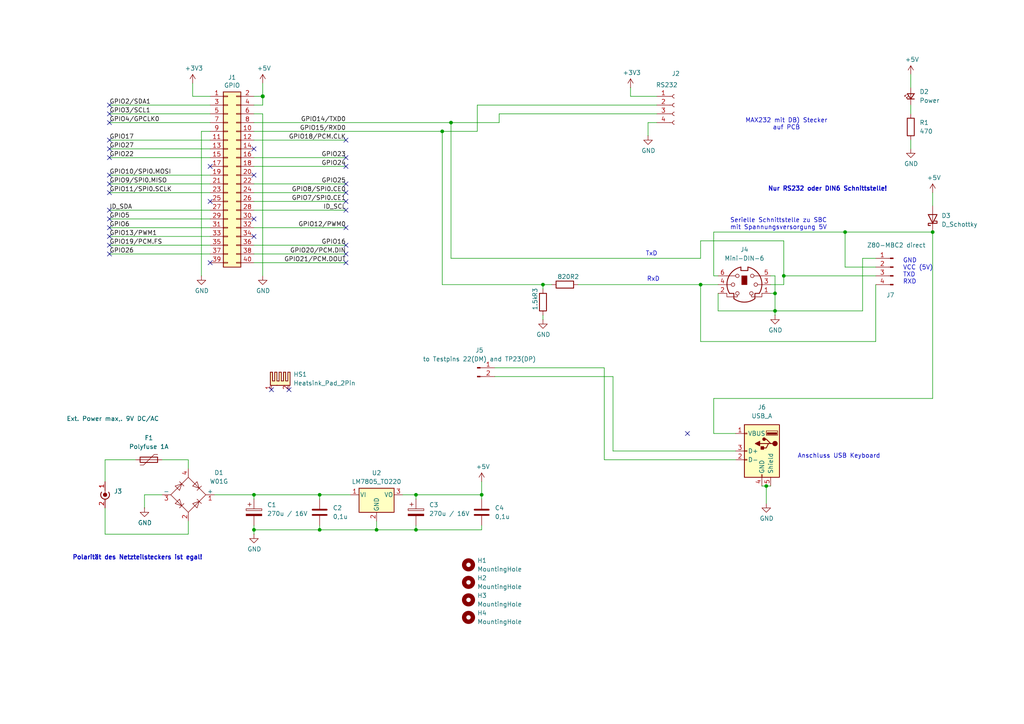
<source format=kicad_sch>
(kicad_sch (version 20250114) (generator "eeschema") (generator_version "9.0")
  (paper "A4")
  (title_block (date "15 nov 2012"))
  (lib_symbols
    (symbol "Connector:Conn_01x02_Pin" (pin_names (offset 1.016) (hide yes))
      (property "Reference" "J" (at 0 2.54 0))
      (property "Value" "Conn_01x02_Pin" (at 0 -5.08 0))
      (symbol "Conn_01x02_Pin_1_1"
        (rectangle (start 0.8636 0.127) (end 0 -0.127) (stroke (width 0.1524)) (fill (type outline)))
        (rectangle (start 0.8636 -2.413) (end 0 -2.667) (stroke (width 0.1524)) (fill (type outline)))
        (polyline (pts (xy 1.27 0) (xy 0.8636 0)) (stroke (width 0.1524)))
        (polyline (pts (xy 1.27 -2.54) (xy 0.8636 -2.54)) (stroke (width 0.1524)))
        (pin passive line (at 5.08 0 180) (length 3.81) (name "Pin_1") (number "1"))
        (pin passive line (at 5.08 -2.54 180) (length 3.81) (name "Pin_2") (number "2"))
      )
    )
    (symbol "Connector:Conn_01x04_Pin" (pin_names (offset 1.016) (hide yes))
      (property "Reference" "J" (at 0 5.08 0))
      (property "Value" "Conn_01x04_Pin" (at 0 -7.62 0))
      (symbol "Conn_01x04_Pin_1_1"
        (rectangle (start 0.8636 2.667) (end 0 2.413) (stroke (width 0.1524)) (fill (type outline)))
        (rectangle (start 0.8636 0.127) (end 0 -0.127) (stroke (width 0.1524)) (fill (type outline)))
        (rectangle (start 0.8636 -2.413) (end 0 -2.667) (stroke (width 0.1524)) (fill (type outline)))
        (rectangle (start 0.8636 -4.953) (end 0 -5.207) (stroke (width 0.1524)) (fill (type outline)))
        (polyline (pts (xy 1.27 2.54) (xy 0.8636 2.54)) (stroke (width 0.1524)))
        (polyline (pts (xy 1.27 0) (xy 0.8636 0)) (stroke (width 0.1524)))
        (polyline (pts (xy 1.27 -2.54) (xy 0.8636 -2.54)) (stroke (width 0.1524)))
        (polyline (pts (xy 1.27 -5.08) (xy 0.8636 -5.08)) (stroke (width 0.1524)))
        (pin passive line (at 5.08 2.54 180) (length 3.81) (name "Pin_1") (number "1"))
        (pin passive line (at 5.08 0 180) (length 3.81) (name "Pin_2") (number "2"))
        (pin passive line (at 5.08 -2.54 180) (length 3.81) (name "Pin_3") (number "3"))
        (pin passive line (at 5.08 -5.08 180) (length 3.81) (name "Pin_4") (number "4"))
      )
    )
    (symbol "Connector:Conn_01x04_Socket" (pin_names (offset 1.016) (hide yes))
      (property "Reference" "J" (at 0 5.08 0))
      (property "Value" "Conn_01x04_Socket" (at 0 -7.62 0))
      (symbol "Conn_01x04_Socket_1_1"
        (polyline (pts (xy -1.27 2.54) (xy -0.508 2.54)) (stroke (width 0.1524)))
        (polyline (pts (xy -1.27 0) (xy -0.508 0)) (stroke (width 0.1524)))
        (polyline (pts (xy -1.27 -2.54) (xy -0.508 -2.54)) (stroke (width 0.1524)))
        (polyline (pts (xy -1.27 -5.08) (xy -0.508 -5.08)) (stroke (width 0.1524)))
        (arc (start 0 2.032) (mid -0.5058 2.54) (end 0 3.048) (stroke (width 0.1524)))
        (arc (start 0 -0.508) (mid -0.5058 0) (end 0 0.508) (stroke (width 0.1524)))
        (arc (start 0 -3.048) (mid -0.5058 -2.54) (end 0 -2.032) (stroke (width 0.1524)))
        (arc (start 0 -5.588) (mid -0.5058 -5.08) (end 0 -4.572) (stroke (width 0.1524)))
        (pin passive line (at -5.08 2.54 0) (length 3.81) (name "Pin_1") (number "1"))
        (pin passive line (at -5.08 0 0) (length 3.81) (name "Pin_2") (number "2"))
        (pin passive line (at -5.08 -2.54 0) (length 3.81) (name "Pin_3") (number "3"))
        (pin passive line (at -5.08 -5.08 0) (length 3.81) (name "Pin_4") (number "4"))
      )
    )
    (symbol "Connector:Conn_Coaxial_Power" (pin_names (offset 1.016) (hide yes))
      (property "Reference" "J" (at -5.08 -1.27 90))
      (property "Value" "Conn_Coaxial_Power" (at -3.175 -1.27 90))
      (symbol "Conn_Coaxial_Power_0_1"
        (arc (start 1.016 -0.508) (mid 1.2048 -0.8684) (end 1.27 -1.27) (stroke (width 0.254)))
        (polyline (pts (xy 0 0) (xy 0 -1.27)))
        (arc (start 1.27 -1.27) (mid 0 -2.5345) (end -1.27 -1.27) (stroke (width 0.254)))
        (arc (start -1.27 -1.27) (mid -1.2048 -0.8684) (end -1.016 -0.508) (stroke (width 0.254)))
        (circle (center 0 -1.27) (radius 0.508) (stroke (width 0.2032)) (fill (type outline)))
        (polyline (pts (xy 0 -2.54) (xy 0 -3.048)))
      )
      (symbol "Conn_Coaxial_Power_1_1"
        (pin passive line (at 0 2.54 270) (length 2.54) (name "In") (number "1"))
        (pin passive line (at 0 -5.08 90) (length 2.54) (name "Ext") (number "2"))
      )
    )
    (symbol "Connector:Mini-DIN-6" (pin_names (offset 1.016))
      (property "Reference" "J" (at 0 6.35 0))
      (property "Value" "Mini-DIN-6" (at 0 -6.35 0))
      (symbol "Mini-DIN-6_0_1"
        (polyline (pts (xy -4.318 -2.54) (xy -3.048 -2.54) (xy -3.048 -4.064)) (stroke (width 0.254)))
        (polyline (pts (xy -3.81 0) (xy -5.08 0)))
        (circle (center -3.302 0) (radius 0.508))
        (polyline (pts (xy -2.54 2.54) (xy -5.08 2.54)))
        (circle (center -2.032 2.54) (radius 0.508))
        (circle (center -2.032 -2.54) (radius 0.508))
        (polyline (pts (xy -2.032 -3.048) (xy -2.032 -3.556) (xy -5.08 -3.556) (xy -5.08 -2.54)))
        (polyline (pts (xy -1.016 5.08) (xy -1.016 4.064) (xy 1.016 4.064) (xy 1.016 5.08)) (stroke (width 0.254)))
        (rectangle (start -0.762 2.54) (end 0.762 0) (fill (type outline)))
        (arc (start 3.048 -4.064) (mid 0 -5.08) (end -3.048 -4.064) (stroke (width 0.254)))
        (arc (start 1.016 5.08) (mid 4.6646 2.1356) (end 4.318 -2.54) (stroke (width 0.254)))
        (arc (start -4.318 -2.54) (mid -4.6241 2.1181) (end -1.016 5.08) (stroke (width 0.254)))
        (circle (center 2.032 -2.54) (radius 0.508))
        (polyline (pts (xy 2.032 -3.048) (xy 2.032 -3.556) (xy 5.08 -3.556) (xy 5.08 -2.54)))
        (circle (center 2.286 2.54) (radius 0.508))
        (polyline (pts (xy 2.794 2.54) (xy 5.08 2.54)))
        (circle (center 3.302 0) (radius 0.508))
        (polyline (pts (xy 4.318 -2.54) (xy 3.048 -2.54) (xy 3.048 -4.064)) (stroke (width 0.254)))
        (polyline (pts (xy 5.08 0) (xy 3.81 0)))
      )
      (symbol "Mini-DIN-6_1_1"
        (pin passive line (at -7.62 2.54 0) (length 2.54) (name "~") (number "6"))
        (pin passive line (at -7.62 0 0) (length 2.54) (name "~") (number "4"))
        (pin passive line (at -7.62 -2.54 0) (length 2.54) (name "~") (number "2"))
        (pin passive line (at 7.62 2.54 180) (length 2.54) (name "~") (number "5"))
        (pin passive line (at 7.62 0 180) (length 2.54) (name "~") (number "3"))
        (pin passive line (at 7.62 -2.54 180) (length 2.54) (name "~") (number "1"))
      )
    )
    (symbol "Connector:USB_A" (pin_names (offset 1.016))
      (property "Reference" "J" (at -5.08 11.43 0))
      (property "Value" "USB_A" (at -5.08 8.89 0))
      (symbol "USB_A_0_1"
        (rectangle (start -5.08 -7.62) (end 5.08 7.62) (stroke (width 0.254)) (fill (type background)))
        (circle (center -3.81 2.159) (radius 0.635) (stroke (width 0.254)) (fill (type outline)))
        (polyline (pts (xy -3.175 2.159) (xy -2.54 2.159) (xy -1.27 3.429) (xy -0.635 3.429)) (stroke (width 0.254)))
        (polyline (pts (xy -2.54 2.159) (xy -1.905 2.159) (xy -1.27 0.889) (xy 0 0.889)) (stroke (width 0.254)))
        (rectangle (start -1.524 4.826) (end -4.318 5.334) (fill (type outline)))
        (rectangle (start -1.27 4.572) (end -4.572 5.842))
        (circle (center -0.635 3.429) (radius 0.381) (stroke (width 0.254)) (fill (type outline)))
        (rectangle (start -0.127 -7.62) (end 0.127 -6.858))
        (rectangle (start 0.254 1.27) (end -0.508 0.508) (stroke (width 0.254)) (fill (type outline)))
        (polyline (pts (xy 0.635 2.794) (xy 0.635 1.524) (xy 1.905 2.159) (xy 0.635 2.794)) (stroke (width 0.254)) (fill (type outline)))
        (rectangle (start 5.08 4.953) (end 4.318 5.207))
        (rectangle (start 5.08 -0.127) (end 4.318 0.127))
        (rectangle (start 5.08 -2.667) (end 4.318 -2.413))
      )
      (symbol "USB_A_1_1"
        (polyline (pts (xy -1.905 2.159) (xy 0.635 2.159)) (stroke (width 0.254)))
        (pin passive line (at -2.54 -10.16 90) (length 2.54) (name "Shield") (number "5"))
        (pin power_in line (at 0 -10.16 90) (length 2.54) (name "GND") (number "4"))
        (pin power_in line (at 7.62 5.08 180) (length 2.54) (name "VBUS") (number "1"))
        (pin bidirectional line (at 7.62 0 180) (length 2.54) (name "D+") (number "3"))
        (pin bidirectional line (at 7.62 -2.54 180) (length 2.54) (name "D-") (number "2"))
      )
    )
    (symbol "Connector_Generic:Conn_02x20_Odd_Even" (pin_names (offset 1.016) (hide yes))
      (property "Reference" "J" (at 1.27 25.4 0))
      (property "Value" "Conn_02x20_Odd_Even" (at 1.27 -27.94 0))
      (symbol "Conn_02x20_Odd_Even_1_1"
        (rectangle (start -1.27 24.13) (end 3.81 -26.67) (stroke (width 0.254)) (fill (type background)))
        (rectangle (start -1.27 22.987) (end 0 22.733) (stroke (width 0.1524)))
        (rectangle (start -1.27 20.447) (end 0 20.193) (stroke (width 0.1524)))
        (rectangle (start -1.27 17.907) (end 0 17.653) (stroke (width 0.1524)))
        (rectangle (start -1.27 15.367) (end 0 15.113) (stroke (width 0.1524)))
        (rectangle (start -1.27 12.827) (end 0 12.573) (stroke (width 0.1524)))
        (rectangle (start -1.27 10.287) (end 0 10.033) (stroke (width 0.1524)))
        (rectangle (start -1.27 7.747) (end 0 7.493) (stroke (width 0.1524)))
        (rectangle (start -1.27 5.207) (end 0 4.953) (stroke (width 0.1524)))
        (rectangle (start -1.27 2.667) (end 0 2.413) (stroke (width 0.1524)))
        (rectangle (start -1.27 0.127) (end 0 -0.127) (stroke (width 0.1524)))
        (rectangle (start -1.27 -2.413) (end 0 -2.667) (stroke (width 0.1524)))
        (rectangle (start -1.27 -4.953) (end 0 -5.207) (stroke (width 0.1524)))
        (rectangle (start -1.27 -7.493) (end 0 -7.747) (stroke (width 0.1524)))
        (rectangle (start -1.27 -10.033) (end 0 -10.287) (stroke (width 0.1524)))
        (rectangle (start -1.27 -12.573) (end 0 -12.827) (stroke (width 0.1524)))
        (rectangle (start -1.27 -15.113) (end 0 -15.367) (stroke (width 0.1524)))
        (rectangle (start -1.27 -17.653) (end 0 -17.907) (stroke (width 0.1524)))
        (rectangle (start -1.27 -20.193) (end 0 -20.447) (stroke (width 0.1524)))
        (rectangle (start -1.27 -22.733) (end 0 -22.987) (stroke (width 0.1524)))
        (rectangle (start -1.27 -25.273) (end 0 -25.527) (stroke (width 0.1524)))
        (rectangle (start 3.81 22.987) (end 2.54 22.733) (stroke (width 0.1524)))
        (rectangle (start 3.81 20.447) (end 2.54 20.193) (stroke (width 0.1524)))
        (rectangle (start 3.81 17.907) (end 2.54 17.653) (stroke (width 0.1524)))
        (rectangle (start 3.81 15.367) (end 2.54 15.113) (stroke (width 0.1524)))
        (rectangle (start 3.81 12.827) (end 2.54 12.573) (stroke (width 0.1524)))
        (rectangle (start 3.81 10.287) (end 2.54 10.033) (stroke (width 0.1524)))
        (rectangle (start 3.81 7.747) (end 2.54 7.493) (stroke (width 0.1524)))
        (rectangle (start 3.81 5.207) (end 2.54 4.953) (stroke (width 0.1524)))
        (rectangle (start 3.81 2.667) (end 2.54 2.413) (stroke (width 0.1524)))
        (rectangle (start 3.81 0.127) (end 2.54 -0.127) (stroke (width 0.1524)))
        (rectangle (start 3.81 -2.413) (end 2.54 -2.667) (stroke (width 0.1524)))
        (rectangle (start 3.81 -4.953) (end 2.54 -5.207) (stroke (width 0.1524)))
        (rectangle (start 3.81 -7.493) (end 2.54 -7.747) (stroke (width 0.1524)))
        (rectangle (start 3.81 -10.033) (end 2.54 -10.287) (stroke (width 0.1524)))
        (rectangle (start 3.81 -12.573) (end 2.54 -12.827) (stroke (width 0.1524)))
        (rectangle (start 3.81 -15.113) (end 2.54 -15.367) (stroke (width 0.1524)))
        (rectangle (start 3.81 -17.653) (end 2.54 -17.907) (stroke (width 0.1524)))
        (rectangle (start 3.81 -20.193) (end 2.54 -20.447) (stroke (width 0.1524)))
        (rectangle (start 3.81 -22.733) (end 2.54 -22.987) (stroke (width 0.1524)))
        (rectangle (start 3.81 -25.273) (end 2.54 -25.527) (stroke (width 0.1524)))
        (pin passive line (at -5.08 22.86 0) (length 3.81) (name "Pin_1") (number "1"))
        (pin passive line (at -5.08 20.32 0) (length 3.81) (name "Pin_3") (number "3"))
        (pin passive line (at -5.08 17.78 0) (length 3.81) (name "Pin_5") (number "5"))
        (pin passive line (at -5.08 15.24 0) (length 3.81) (name "Pin_7") (number "7"))
        (pin passive line (at -5.08 12.7 0) (length 3.81) (name "Pin_9") (number "9"))
        (pin passive line (at -5.08 10.16 0) (length 3.81) (name "Pin_11") (number "11"))
        (pin passive line (at -5.08 7.62 0) (length 3.81) (name "Pin_13") (number "13"))
        (pin passive line (at -5.08 5.08 0) (length 3.81) (name "Pin_15") (number "15"))
        (pin passive line (at -5.08 2.54 0) (length 3.81) (name "Pin_17") (number "17"))
        (pin passive line (at -5.08 0 0) (length 3.81) (name "Pin_19") (number "19"))
        (pin passive line (at -5.08 -2.54 0) (length 3.81) (name "Pin_21") (number "21"))
        (pin passive line (at -5.08 -5.08 0) (length 3.81) (name "Pin_23") (number "23"))
        (pin passive line (at -5.08 -7.62 0) (length 3.81) (name "Pin_25") (number "25"))
        (pin passive line (at -5.08 -10.16 0) (length 3.81) (name "Pin_27") (number "27"))
        (pin passive line (at -5.08 -12.7 0) (length 3.81) (name "Pin_29") (number "29"))
        (pin passive line (at -5.08 -15.24 0) (length 3.81) (name "Pin_31") (number "31"))
        (pin passive line (at -5.08 -17.78 0) (length 3.81) (name "Pin_33") (number "33"))
        (pin passive line (at -5.08 -20.32 0) (length 3.81) (name "Pin_35") (number "35"))
        (pin passive line (at -5.08 -22.86 0) (length 3.81) (name "Pin_37") (number "37"))
        (pin passive line (at -5.08 -25.4 0) (length 3.81) (name "Pin_39") (number "39"))
        (pin passive line (at 7.62 22.86 180) (length 3.81) (name "Pin_2") (number "2"))
        (pin passive line (at 7.62 20.32 180) (length 3.81) (name "Pin_4") (number "4"))
        (pin passive line (at 7.62 17.78 180) (length 3.81) (name "Pin_6") (number "6"))
        (pin passive line (at 7.62 15.24 180) (length 3.81) (name "Pin_8") (number "8"))
        (pin passive line (at 7.62 12.7 180) (length 3.81) (name "Pin_10") (number "10"))
        (pin passive line (at 7.62 10.16 180) (length 3.81) (name "Pin_12") (number "12"))
        (pin passive line (at 7.62 7.62 180) (length 3.81) (name "Pin_14") (number "14"))
        (pin passive line (at 7.62 5.08 180) (length 3.81) (name "Pin_16") (number "16"))
        (pin passive line (at 7.62 2.54 180) (length 3.81) (name "Pin_18") (number "18"))
        (pin passive line (at 7.62 0 180) (length 3.81) (name "Pin_20") (number "20"))
        (pin passive line (at 7.62 -2.54 180) (length 3.81) (name "Pin_22") (number "22"))
        (pin passive line (at 7.62 -5.08 180) (length 3.81) (name "Pin_24") (number "24"))
        (pin passive line (at 7.62 -7.62 180) (length 3.81) (name "Pin_26") (number "26"))
        (pin passive line (at 7.62 -10.16 180) (length 3.81) (name "Pin_28") (number "28"))
        (pin passive line (at 7.62 -12.7 180) (length 3.81) (name "Pin_30") (number "30"))
        (pin passive line (at 7.62 -15.24 180) (length 3.81) (name "Pin_32") (number "32"))
        (pin passive line (at 7.62 -17.78 180) (length 3.81) (name "Pin_34") (number "34"))
        (pin passive line (at 7.62 -20.32 180) (length 3.81) (name "Pin_36") (number "36"))
        (pin passive line (at 7.62 -22.86 180) (length 3.81) (name "Pin_38") (number "38"))
        (pin passive line (at 7.62 -25.4 180) (length 3.81) (name "Pin_40") (number "40"))
      )
    )
    (symbol "Device:C" (pin_numbers (hide yes)) (pin_names (offset 0.254))
      (property "Reference" "C" (at 0.635 2.54 0))
      (property "Value" "C" (at 0.635 -2.54 0))
      (symbol "C_0_1"
        (polyline (pts (xy -2.032 0.762) (xy 2.032 0.762)) (stroke (width 0.508)))
        (polyline (pts (xy -2.032 -0.762) (xy 2.032 -0.762)) (stroke (width 0.508)))
      )
      (symbol "C_1_1"
        (pin passive line (at 0 3.81 270) (length 2.794) (name "~") (number "1"))
        (pin passive line (at 0 -3.81 90) (length 2.794) (name "~") (number "2"))
      )
    )
    (symbol "Device:C_Polarized" (pin_numbers (hide yes)) (pin_names (offset 0.254))
      (property "Reference" "C" (at 0.635 2.54 0))
      (property "Value" "C_Polarized" (at 0.635 -2.54 0))
      (symbol "C_Polarized_0_1"
        (rectangle (start -2.286 0.508) (end 2.286 1.016))
        (polyline (pts (xy -1.778 2.286) (xy -0.762 2.286)))
        (polyline (pts (xy -1.27 2.794) (xy -1.27 1.778)))
        (rectangle (start 2.286 -0.508) (end -2.286 -1.016) (fill (type outline)))
      )
      (symbol "C_Polarized_1_1"
        (pin passive line (at 0 3.81 270) (length 2.794) (name "~") (number "1"))
        (pin passive line (at 0 -3.81 90) (length 2.794) (name "~") (number "2"))
      )
    )
    (symbol "Device:D_Schottky" (pin_numbers (hide yes)) (pin_names (offset 1.016) (hide yes))
      (property "Reference" "D" (at 0 2.54 0))
      (property "Value" "D_Schottky" (at 0 -2.54 0))
      (symbol "D_Schottky_0_1"
        (polyline (pts (xy -1.905 0.635) (xy -1.905 1.27) (xy -1.27 1.27) (xy -1.27 -1.27) (xy -0.635 -1.27) (xy -0.635 -0.635)) (stroke (width 0.254)))
        (polyline (pts (xy 1.27 1.27) (xy 1.27 -1.27) (xy -1.27 0) (xy 1.27 1.27)) (stroke (width 0.254)))
        (polyline (pts (xy 1.27 0) (xy -1.27 0)))
      )
      (symbol "D_Schottky_1_1"
        (pin passive line (at -3.81 0 0) (length 2.54) (name "K") (number "1"))
        (pin passive line (at 3.81 0 180) (length 2.54) (name "A") (number "2"))
      )
    )
    (symbol "Device:LED_Small" (pin_numbers (hide yes)) (pin_names (offset 0.254) (hide yes))
      (property "Reference" "D" (at -1.27 3.175 0))
      (property "Value" "LED_Small" (at -4.445 -2.54 0))
      (symbol "LED_Small_0_1"
        (polyline (pts (xy -0.762 -1.016) (xy -0.762 1.016)) (stroke (width 0.254)))
        (polyline (pts (xy 0 0.762) (xy -0.508 1.27) (xy -0.254 1.27) (xy -0.508 1.27) (xy -0.508 1.016)))
        (polyline (pts (xy 0.508 1.27) (xy 0 1.778) (xy 0.254 1.778) (xy 0 1.778) (xy 0 1.524)))
        (polyline (pts (xy 0.762 -1.016) (xy -0.762 0) (xy 0.762 1.016) (xy 0.762 -1.016)) (stroke (width 0.254)))
        (polyline (pts (xy 1.016 0) (xy -0.762 0)))
      )
      (symbol "LED_Small_1_1"
        (pin passive line (at -2.54 0 0) (length 1.778) (name "K") (number "1"))
        (pin passive line (at 2.54 0 180) (length 1.778) (name "A") (number "2"))
      )
    )
    (symbol "Device:Polyfuse" (pin_numbers (hide yes)) (pin_names (offset 0))
      (property "Reference" "F" (at -2.54 0 90))
      (property "Value" "Polyfuse" (at 2.54 0 90))
      (symbol "Polyfuse_0_1"
        (polyline (pts (xy -1.524 2.54) (xy -1.524 1.524) (xy 1.524 -1.524) (xy 1.524 -2.54)))
        (rectangle (start -0.762 2.54) (end 0.762 -2.54) (stroke (width 0.254)))
        (polyline (pts (xy 0 2.54) (xy 0 -2.54)))
      )
      (symbol "Polyfuse_1_1"
        (pin passive line (at 0 3.81 270) (length 1.27) (name "~") (number "1"))
        (pin passive line (at 0 -3.81 90) (length 1.27) (name "~") (number "2"))
      )
    )
    (symbol "Device:R" (pin_numbers (hide yes)) (pin_names (offset 0))
      (property "Reference" "R" (at 2.032 0 90))
      (property "Value" "R" (at 0 0 90))
      (symbol "R_0_1"
        (rectangle (start -1.016 -2.54) (end 1.016 2.54) (stroke (width 0.254)))
      )
      (symbol "R_1_1"
        (pin passive line (at 0 3.81 270) (length 1.27) (name "~") (number "1"))
        (pin passive line (at 0 -3.81 90) (length 1.27) (name "~") (number "2"))
      )
    )
    (symbol "Diode_Bridge:W01G" (pin_names (offset 0))
      (property "Reference" "D" (at 2.54 6.985 0))
      (property "Value" "W01G" (at 2.54 5.08 0))
      (symbol "W01G_0_1"
        (polyline (pts (xy -5.08 0) (xy 0 -5.08) (xy 5.08 0) (xy 0 5.08) (xy -5.08 0)))
        (polyline (pts (xy -3.81 2.54) (xy -2.54 1.27) (xy -1.905 3.175) (xy -3.81 2.54)))
        (polyline (pts (xy -2.54 3.81) (xy -1.27 2.54)))
        (polyline (pts (xy -2.54 -1.27) (xy -3.81 -2.54) (xy -1.905 -3.175) (xy -2.54 -1.27)))
        (polyline (pts (xy -1.27 -2.54) (xy -2.54 -3.81)))
        (polyline (pts (xy 1.27 2.54) (xy 2.54 3.81) (xy 3.175 1.905) (xy 1.27 2.54)))
        (polyline (pts (xy 2.54 1.27) (xy 3.81 2.54)))
        (polyline (pts (xy 2.54 -1.27) (xy 3.81 -2.54)))
        (polyline (pts (xy 3.175 -1.905) (xy 1.27 -2.54) (xy 2.54 -3.81) (xy 3.175 -1.905)))
      )
      (symbol "W01G_1_1"
        (pin passive line (at -7.62 0 0) (length 2.54) (name "-") (number "3"))
        (pin passive line (at 0 7.62 270) (length 2.54) (name "~") (number "4"))
        (pin passive line (at 0 -7.62 90) (length 2.54) (name "~") (number "2"))
        (pin passive line (at 7.62 0 180) (length 2.54) (name "+") (number "1"))
      )
    )
    (symbol "Mechanical:Heatsink_Pad_2Pin" (pin_names (offset 0))
      (property "Reference" "HS" (at 0 5.715 0))
      (property "Value" "Heatsink_Pad_2Pin" (at 0 3.81 0))
      (symbol "Heatsink_Pad_2Pin_0_1"
        (polyline (pts (xy -0.3302 0) (xy -0.9652 0) (xy -0.9652 2.54) (xy -1.6002 2.54) (xy -1.6002 0) (xy -2.2352 0) (xy -2.2352 2.54) (xy -2.8702 2.54) (xy -2.8702 -1.27) (xy -0.9652 -1.27)) (stroke (width 0.254)) (fill (type background)))
        (polyline (pts (xy -0.3302 0) (xy -0.3302 2.54) (xy 0.3048 2.54) (xy 0.3048 0) (xy 0.9398 0) (xy 0.9398 2.54) (xy 1.5748 2.54) (xy 1.5748 0) (xy 2.2098 0) (xy 2.2098 2.54) (xy 2.8448 2.54) (xy 2.8448 -1.27) (xy -0.9652 -1.27)) (stroke (width 0.254)) (fill (type background)))
      )
      (symbol "Heatsink_Pad_2Pin_1_1"
        (pin passive line (at -2.54 -2.54 90) (length 1.27) (name "~") (number "1"))
        (pin passive line (at 2.54 -2.54 90) (length 1.27) (name "~") (number "2"))
      )
    )
    (symbol "Mechanical:MountingHole" (pin_names (offset 1.016)) (in_bom no)
      (property "Reference" "H" (at 0 5.08 0))
      (property "Value" "MountingHole" (at 0 3.175 0))
      (symbol "MountingHole_0_1"
        (circle (center 0 0) (radius 1.27) (stroke (width 1.27)))
      )
    )
    (symbol "Regulator_Linear:LM7805_TO220" (pin_names (offset 0.254))
      (property "Reference" "U" (at -3.81 3.175 0))
      (property "Value" "LM7805_TO220" (at 0 3.175 0))
      (symbol "LM7805_TO220_0_1"
        (rectangle (start -5.08 1.905) (end 5.08 -5.08) (stroke (width 0.254)) (fill (type background)))
      )
      (symbol "LM7805_TO220_1_1"
        (pin power_in line (at -7.62 0 0) (length 2.54) (name "VI") (number "1"))
        (pin power_in line (at 0 -7.62 90) (length 2.54) (name "GND") (number "2"))
        (pin power_out line (at 7.62 0 180) (length 2.54) (name "VO") (number "3"))
      )
    )
    (symbol "power:+3.3V" (power) (pin_numbers (hide yes)) (pin_names (offset 0) (hide yes))
      (property "Value" "+3.3V" (at 0 3.556 0))
      (symbol "+3.3V_0_1"
        (polyline (pts (xy -0.762 1.27) (xy 0 2.54)))
        (polyline (pts (xy 0 2.54) (xy 0.762 1.27)))
        (polyline (pts (xy 0 0) (xy 0 2.54)))
      )
      (symbol "+3.3V_1_1"
        (pin power_in line (at 0 0 90) (length 0) (name "~") (number "1"))
      )
    )
    (symbol "power:+5V" (power) (pin_numbers (hide yes)) (pin_names (offset 0) (hide yes))
      (property "Value" "+5V" (at 0 3.556 0))
      (symbol "+5V_0_1"
        (polyline (pts (xy -0.762 1.27) (xy 0 2.54)))
        (polyline (pts (xy 0 2.54) (xy 0.762 1.27)))
        (polyline (pts (xy 0 0) (xy 0 2.54)))
      )
      (symbol "+5V_1_1"
        (pin power_in line (at 0 0 90) (length 0) (name "~") (number "1"))
      )
    )
    (symbol "power:GND" (power) (pin_numbers (hide yes)) (pin_names (offset 0) (hide yes))
      (property "Value" "GND" (at 0 -3.81 0))
      (symbol "GND_0_1"
        (polyline (pts (xy 0 0) (xy 0 -1.27) (xy 1.27 -1.27) (xy 0 -2.54) (xy -1.27 -1.27) (xy 0 -1.27)))
      )
      (symbol "GND_1_1"
        (pin power_in line (at 0 0 270) (length 0) (name "~") (number "1"))
      )
    )
  )
  (text "TxD\n" (at 188.976 73.66 0) (effects (font (size 1.27 1.27))))
  (text "RxD\n" (at 189.484 81.026 0) (effects (font (size 1.27 1.27))))
  (text "MAX232 mit DB) Stecker\nauf PCB" (at 228.092 36.068 0) (effects (font (size 1.27 1.27))))
  (text "Anschluss USB Keyboard" (at 243.332 132.334 0) (effects (font (size 1.27 1.27) (thickness 0.1588))))
  (text "Nur RS232 oder DIN6 Schnittstelle!" (at 240.03 54.864 0) (effects (font (size 1.27 1.27) (thickness 0.254) (bold yes))))
  (text "Serielle Schnittstelle zu SBC\nmit Spannungsversorgung 5V" (at 225.806 65.024 0) (effects (font (size 1.27 1.27))))
  (text "GND\nVCC (5V)\nTXD\nRXD" (at 261.874 78.74 0) (effects (font (size 1.27 1.27)) (justify left)))
  (text "Polarität des Netzteilsteckers ist egal!" (at 39.878 161.798 0) (effects (font (size 1.27 1.27) (thickness 0.254) (bold yes))))
  (junction (at 73.66 153.67))
  (junction (at 227.33 80.01))
  (junction (at 128.27 38.1))
  (junction (at 224.79 90.17))
  (junction (at 120.65 153.67))
  (junction (at 130.81 35.56))
  (junction (at 139.7 143.51))
  (junction (at 222.25 140.97))
  (junction (at 203.2 82.55))
  (junction (at 157.48 82.55))
  (junction (at 224.79 85.09))
  (junction (at 109.22 153.67))
  (junction (at 92.71 143.51))
  (junction (at 73.66 143.51))
  (junction (at 270.51 67.31))
  (junction (at 245.11 67.31))
  (junction (at 120.65 143.51))
  (junction (at 92.71 153.67))
  (junction (at 76.2 27.94) (diameter 1.016))
  (no_connect (at 100.33 76.2))
  (no_connect (at 31.75 68.58))
  (no_connect (at 31.75 63.5))
  (no_connect (at 100.33 58.42))
  (no_connect (at 78.74 113.03))
  (no_connect (at 31.75 30.48))
  (no_connect (at 31.75 53.34))
  (no_connect (at 31.75 50.8))
  (no_connect (at 100.33 73.66))
  (no_connect (at 60.96 48.26))
  (no_connect (at 31.75 45.72))
  (no_connect (at 100.33 45.72))
  (no_connect (at 73.66 68.58))
  (no_connect (at 31.75 73.66))
  (no_connect (at 60.96 58.42))
  (no_connect (at 31.75 71.12))
  (no_connect (at 100.33 40.64))
  (no_connect (at 100.33 66.04))
  (no_connect (at 60.96 76.2))
  (no_connect (at 100.33 60.96))
  (no_connect (at 31.75 66.04))
  (no_connect (at 100.33 48.26))
  (no_connect (at 31.75 60.96))
  (no_connect (at 100.33 55.88))
  (no_connect (at 100.33 53.34))
  (no_connect (at 31.75 35.56))
  (no_connect (at 199.39 125.73))
  (no_connect (at 31.75 55.88))
  (no_connect (at 100.33 71.12))
  (no_connect (at 83.82 113.03))
  (no_connect (at 73.66 50.8))
  (no_connect (at 31.75 33.02))
  (no_connect (at 73.66 43.18))
  (no_connect (at 31.75 40.64))
  (no_connect (at 31.75 43.18))
  (no_connect (at 73.66 63.5))
  (wire (pts (xy 46.99 133.35) (xy 54.61 133.35)))
  (wire (pts (xy 73.66 58.42) (xy 100.33 58.42)))
  (wire (pts (xy 73.66 143.51) (xy 92.71 143.51)))
  (wire (pts (xy 120.65 143.51) (xy 120.65 144.78)))
  (wire (pts (xy 60.96 40.64) (xy 31.75 40.64)))
  (wire (pts (xy 41.91 147.32) (xy 41.91 143.51)))
  (wire (pts (xy 207.01 67.31) (xy 207.01 80.01)))
  (wire (pts (xy 55.88 27.94) (xy 60.96 27.94)))
  (wire (pts (xy 76.2 33.02) (xy 76.2 80.01)))
  (wire (pts (xy 30.48 139.7) (xy 30.48 133.35)))
  (wire (pts (xy 177.8 130.81) (xy 213.36 130.81)))
  (wire (pts (xy 270.51 115.57) (xy 207.01 115.57)))
  (wire (pts (xy 139.7 139.7) (xy 139.7 143.51)))
  (wire (pts (xy 92.71 143.51) (xy 92.71 144.78)))
  (wire (pts (xy 139.7 152.4) (xy 139.7 153.67)))
  (wire (pts (xy 227.33 82.55) (xy 223.52 82.55)))
  (wire (pts (xy 73.66 35.56) (xy 130.81 35.56)))
  (wire (pts (xy 157.48 91.44) (xy 157.48 92.71)))
  (wire (pts (xy 157.48 83.82) (xy 157.48 82.55)))
  (wire (pts (xy 222.25 140.97) (xy 223.52 140.97)))
  (wire (pts (xy 139.7 144.78) (xy 139.7 143.51)))
  (wire (pts (xy 264.16 21.59) (xy 264.16 25.4)))
  (wire (pts (xy 58.42 38.1) (xy 60.96 38.1)))
  (wire (pts (xy 73.66 55.88) (xy 100.33 55.88)))
  (wire (pts (xy 60.96 60.96) (xy 31.75 60.96)))
  (wire (pts (xy 120.65 152.4) (xy 120.65 153.67)))
  (wire (pts (xy 31.75 63.5) (xy 60.96 63.5)))
  (wire (pts (xy 177.8 130.81) (xy 177.8 109.22)))
  (wire (pts (xy 30.48 154.94) (xy 54.61 154.94)))
  (wire (pts (xy 120.65 153.67) (xy 109.22 153.67)))
  (wire (pts (xy 203.2 82.55) (xy 208.28 82.55)))
  (wire (pts (xy 254 74.93) (xy 250.19 74.93)))
  (wire (pts (xy 73.66 45.72) (xy 100.33 45.72)))
  (wire (pts (xy 73.66 153.67) (xy 73.66 154.94)))
  (wire (pts (xy 54.61 154.94) (xy 54.61 151.13)))
  (wire (pts (xy 109.22 151.13) (xy 109.22 153.67)))
  (wire (pts (xy 190.5 35.56) (xy 187.96 35.56)))
  (wire (pts (xy 41.91 143.51) (xy 46.99 143.51)))
  (wire (pts (xy 116.84 143.51) (xy 120.65 143.51)))
  (wire (pts (xy 73.66 76.2) (xy 100.33 76.2)))
  (wire (pts (xy 58.42 38.1) (xy 58.42 80.01)))
  (wire (pts (xy 31.75 43.18) (xy 60.96 43.18)))
  (wire (pts (xy 109.22 153.67) (xy 92.71 153.67)))
  (wire (pts (xy 203.2 82.55) (xy 203.2 99.06)))
  (wire (pts (xy 223.52 85.09) (xy 224.79 85.09)))
  (wire (pts (xy 222.25 140.97) (xy 222.25 146.05)))
  (wire (pts (xy 203.2 99.06) (xy 254 99.06)))
  (wire (pts (xy 62.23 143.51) (xy 73.66 143.51)))
  (wire (pts (xy 144.78 33.02) (xy 144.78 35.56)))
  (wire (pts (xy 224.79 90.17) (xy 250.19 90.17)))
  (wire (pts (xy 270.51 67.31) (xy 270.51 115.57)))
  (wire (pts (xy 207.01 80.01) (xy 208.28 80.01)))
  (wire (pts (xy 224.79 85.09) (xy 224.79 90.17)))
  (wire (pts (xy 31.75 33.02) (xy 60.96 33.02)))
  (wire (pts (xy 207.01 125.73) (xy 213.36 125.73)))
  (wire (pts (xy 31.75 55.88) (xy 60.96 55.88)))
  (wire (pts (xy 60.96 30.48) (xy 31.75 30.48)))
  (wire (pts (xy 76.2 27.94) (xy 76.2 30.48)))
  (wire (pts (xy 203.2 69.85) (xy 227.33 69.85)))
  (wire (pts (xy 73.66 40.64) (xy 100.33 40.64)))
  (wire (pts (xy 139.7 143.51) (xy 120.65 143.51)))
  (wire (pts (xy 157.48 82.55) (xy 160.02 82.55)))
  (wire (pts (xy 92.71 152.4) (xy 92.71 153.67)))
  (wire (pts (xy 175.26 133.35) (xy 213.36 133.35)))
  (wire (pts (xy 203.2 74.93) (xy 203.2 69.85)))
  (wire (pts (xy 76.2 24.13) (xy 76.2 27.94)))
  (wire (pts (xy 30.48 147.32) (xy 30.48 154.94)))
  (wire (pts (xy 190.5 33.02) (xy 144.78 33.02)))
  (wire (pts (xy 31.75 35.56) (xy 60.96 35.56)))
  (wire (pts (xy 76.2 27.94) (xy 73.66 27.94)))
  (wire (pts (xy 55.88 24.13) (xy 55.88 27.94)))
  (wire (pts (xy 73.66 48.26) (xy 100.33 48.26)))
  (wire (pts (xy 73.66 38.1) (xy 128.27 38.1)))
  (wire (pts (xy 130.81 35.56) (xy 130.81 74.93)))
  (wire (pts (xy 175.26 106.68) (xy 175.26 133.35)))
  (wire (pts (xy 245.11 67.31) (xy 270.51 67.31)))
  (wire (pts (xy 31.75 45.72) (xy 60.96 45.72)))
  (wire (pts (xy 31.75 53.34) (xy 60.96 53.34)))
  (wire (pts (xy 190.5 27.94) (xy 182.88 27.94)))
  (wire (pts (xy 138.43 30.48) (xy 138.43 38.1)))
  (wire (pts (xy 92.71 143.51) (xy 101.6 143.51)))
  (wire (pts (xy 143.51 106.68) (xy 175.26 106.68)))
  (wire (pts (xy 208.28 85.09) (xy 208.28 90.17)))
  (wire (pts (xy 73.66 143.51) (xy 73.66 144.78)))
  (wire (pts (xy 31.75 66.04) (xy 60.96 66.04)))
  (wire (pts (xy 227.33 80.01) (xy 254 80.01)))
  (wire (pts (xy 76.2 30.48) (xy 73.66 30.48)))
  (wire (pts (xy 220.98 140.97) (xy 222.25 140.97)))
  (wire (pts (xy 31.75 71.12) (xy 60.96 71.12)))
  (wire (pts (xy 224.79 90.17) (xy 224.79 91.44)))
  (wire (pts (xy 73.66 71.12) (xy 100.33 71.12)))
  (wire (pts (xy 73.66 66.04) (xy 100.33 66.04)))
  (wire (pts (xy 182.88 25.4) (xy 182.88 27.94)))
  (wire (pts (xy 187.96 35.56) (xy 187.96 39.37)))
  (wire (pts (xy 245.11 67.31) (xy 245.11 77.47)))
  (wire (pts (xy 73.66 73.66) (xy 100.33 73.66)))
  (wire (pts (xy 73.66 152.4) (xy 73.66 153.67)))
  (wire (pts (xy 76.2 33.02) (xy 73.66 33.02)))
  (wire (pts (xy 143.51 109.22) (xy 177.8 109.22)))
  (wire (pts (xy 31.75 73.66) (xy 60.96 73.66)))
  (wire (pts (xy 270.51 55.88) (xy 270.51 59.69)))
  (wire (pts (xy 264.16 40.64) (xy 264.16 43.18)))
  (wire (pts (xy 128.27 38.1) (xy 128.27 82.55)))
  (wire (pts (xy 208.28 90.17) (xy 224.79 90.17)))
  (wire (pts (xy 54.61 133.35) (xy 54.61 135.89)))
  (wire (pts (xy 138.43 38.1) (xy 128.27 38.1)))
  (wire (pts (xy 227.33 80.01) (xy 227.33 82.55)))
  (wire (pts (xy 144.78 35.56) (xy 130.81 35.56)))
  (wire (pts (xy 139.7 153.67) (xy 120.65 153.67)))
  (wire (pts (xy 223.52 80.01) (xy 224.79 80.01)))
  (wire (pts (xy 167.64 82.55) (xy 203.2 82.55)))
  (wire (pts (xy 73.66 53.34) (xy 100.33 53.34)))
  (wire (pts (xy 60.96 68.58) (xy 31.75 68.58)))
  (wire (pts (xy 224.79 80.01) (xy 224.79 85.09)))
  (wire (pts (xy 207.01 67.31) (xy 245.11 67.31)))
  (wire (pts (xy 227.33 69.85) (xy 227.33 80.01)))
  (wire (pts (xy 128.27 82.55) (xy 157.48 82.55)))
  (wire (pts (xy 73.66 153.67) (xy 92.71 153.67)))
  (wire (pts (xy 250.19 74.93) (xy 250.19 90.17)))
  (wire (pts (xy 245.11 77.47) (xy 254 77.47)))
  (wire (pts (xy 190.5 30.48) (xy 138.43 30.48)))
  (wire (pts (xy 60.96 50.8) (xy 31.75 50.8)))
  (wire (pts (xy 73.66 60.96) (xy 100.33 60.96)))
  (wire (pts (xy 264.16 30.48) (xy 264.16 33.02)))
  (wire (pts (xy 207.01 115.57) (xy 207.01 125.73)))
  (wire (pts (xy 254 82.55) (xy 254 99.06)))
  (wire (pts (xy 130.81 74.93) (xy 203.2 74.93)))
  (wire (pts (xy 30.48 133.35) (xy 39.37 133.35)))
  (label "ID_SDA" (at 31.75 60.96 0))
  (label "GPIO6" (at 31.75 66.04 0))
  (label "ID_SCL" (at 100.33 60.96 180))
  (label "GPIO5" (at 31.75 63.5 0))
  (label "GPIO21{slash}PCM.DOUT" (at 100.33 76.2 180))
  (label "GPIO19{slash}PCM.FS" (at 31.75 71.12 0))
  (label "GPIO10{slash}SPI0.MOSI" (at 31.75 50.8 0))
  (label "GPIO9{slash}SPI0.MISO" (at 31.75 53.34 0))
  (label "GPIO23" (at 100.33 45.72 180))
  (label "GPIO4{slash}GPCLK0" (at 31.75 35.56 0))
  (label "GPIO27" (at 31.75 43.18 0))
  (label "GPIO26" (at 31.75 73.66 0))
  (label "GPIO14{slash}TXD0" (at 100.33 35.56 180))
  (label "GPIO8{slash}SPI0.CE0" (at 100.33 55.88 180))
  (label "GPIO15{slash}RXD0" (at 100.33 38.1 180))
  (label "GPIO16" (at 100.33 71.12 180))
  (label "GPIO22" (at 31.75 45.72 0))
  (label "GPIO2{slash}SDA1" (at 31.75 30.48 0))
  (label "GPIO17" (at 31.75 40.64 0))
  (label "GPIO25" (at 100.33 53.34 180))
  (label "GPIO3{slash}SCL1" (at 31.75 33.02 0))
  (label "GPIO18{slash}PCM.CLK" (at 100.33 40.64 180))
  (label "GPIO12{slash}PWM0" (at 100.33 66.04 180))
  (label "GPIO13{slash}PWM1" (at 31.75 68.58 0))
  (label "GPIO20{slash}PCM.DIN" (at 100.33 73.66 180))
  (label "GPIO24" (at 100.33 48.26 180))
  (label "GPIO7{slash}SPI0.CE1" (at 100.33 58.42 180))
  (label "GPIO11{slash}SPI0.SCLK" (at 31.75 55.88 0))
  (symbol (lib_id "power:+5V") (at 76.2 24.13 0) (unit 1)
    (property "Reference" "#PWR01" (effects (hide yes)))
    (property "Value" "+5V" (at 76.5683 19.8056 0))
    (property "Description" "Power symbol creates a global label with name \"+5V\"" (effects (hide yes)))
  )
  (symbol (lib_id "power:+3.3V") (at 55.88 24.13 0) (unit 1)
    (property "Reference" "#PWR04" (effects (hide yes)))
    (property "Value" "+3V3" (at 56.2483 19.8056 0))
    (property "Description" "Power symbol creates a global label with name \"+3.3V\"" (effects (hide yes)))
  )
  (symbol (lib_id "power:GND") (at 76.2 80.01 0) (unit 1)
    (property "Reference" "#PWR02" (effects (hide yes)))
    (property "Value" "GND" (at 76.3143 84.3344 0))
    (property "Description" "Power symbol creates a global label with name \"GND\" , ground" (effects (hide yes)))
  )
  (symbol (lib_id "power:GND") (at 58.42 80.01 0) (unit 1)
    (property "Reference" "#PWR03" (effects (hide yes)))
    (property "Value" "GND" (at 58.5343 84.3344 0))
    (property "Description" "Power symbol creates a global label with name \"GND\" , ground" (effects (hide yes)))
  )
  (symbol (lib_id "Connector_Generic:Conn_02x20_Odd_Even") (at 66.04 50.8 0) (unit 1)
    (property "Reference" "J1" (at 67.31 22.4598 0))
    (property "Value" "GPIO" (at 67.31 24.765 0))
    (property "Footprint" "Connector_PinSocket_2.54mm:PinSocket_2x20_P2.54mm_Vertical" (effects (hide yes)))
    (property "Description" "Generic connector, double row, 02x20, odd/even pin numbering scheme (row 1 odd numbers, row 2 even numbers), script generated (kicad-library-utils/schlib/autogen/connector/)" (effects (hide yes)))
  )
  (symbol (lib_id "power:+5V") (at 139.7 139.7 0) (unit 1)
    (property "Reference" "#PWR013" (effects (hide yes)))
    (property "Value" "+5V" (at 140.0683 135.3756 0))
    (property "Description" "Power symbol creates a global label with name \"+5V\"" (effects (hide yes)))
  )
  (symbol (lib_id "Regulator_Linear:LM7805_TO220") (at 109.22 143.51 0) (unit 1)
    (property "Reference" "U2" (at 109.22 137.16 0))
    (property "Value" "LM7805_TO220" (at 109.22 139.7 0))
    (property "Footprint" "Package_TO_SOT_THT:TO-220-3_Vertical" (effects (hide yes)))
    (property "Datasheet" "https://www.onsemi.cn/PowerSolutions/document/MC7800-D.PDF" (effects (hide yes)))
    (property "Description" "Positive 1A 35V Linear Regulator, Fixed Output 5V, TO-220" (effects (hide yes)))
  )
  (symbol (lib_id "power:GND") (at 187.96 39.37 0) (unit 1)
    (property "Reference" "#PWR09" (effects (hide yes)))
    (property "Value" "GND" (at 188.0743 43.6944 0))
    (property "Description" "Power symbol creates a global label with name \"GND\" , ground" (effects (hide yes)))
  )
  (symbol (lib_id "Connector:Conn_01x04_Socket") (at 195.58 30.48 0) (unit 1)
    (property "Reference" "J2" (at 194.818 21.336 0) (effects (justify left)))
    (property "Value" "RS232" (at 190.246 24.638 0) (effects (justify left)))
    (property "Footprint" "Connector_PinSocket_2.54mm:PinSocket_1x04_P2.54mm_Vertical" (effects (hide yes)))
    (property "Description" "Generic connector, single row, 01x04, script generated" (effects (hide yes)))
  )
  (symbol (lib_id "Mechanical:Heatsink_Pad_2Pin") (at 81.28 110.49 0) (unit 1)
    (property "Reference" "HS1" (at 85.09 108.5849 0) (effects (justify left)))
    (property "Value" "Heatsink_Pad_2Pin" (at 85.09 111.1249 0) (effects (justify left)))
    (property "Footprint" "Heatsink:Heatsink_Fischer_SK104-STCB_35x13mm__2xDrill3.5mm_ScrewM3" (effects (hide yes)))
    (property "Description" "Heatsink with electrical connection, 2 pin" (effects (hide yes)))
  )
  (symbol (lib_id "Device:LED_Small") (at 264.16 27.94 90) (unit 1)
    (property "Reference" "D2" (at 266.7 26.6064 90) (effects (justify right)))
    (property "Value" "Power" (at 266.7 29.1464 90) (effects (justify right)))
    (property "Footprint" "LED_THT:LED_D3.0mm" (effects (hide yes)))
    (property "Description" "Light emitting diode, small symbol" (effects (hide yes)))
    (property "Sim.Pin" "1=K 2=A" (effects (hide yes)))
  )
  (symbol (lib_id "Mechanical:MountingHole") (at 135.89 179.07 0) (unit 1) (in_bom no)
    (property "Reference" "H4" (at 138.43 177.7999 0) (effects (justify left)))
    (property "Value" "MountingHole" (at 138.43 180.3399 0) (effects (justify left)))
    (property "Footprint" "MountingHole:MountingHole_3.2mm_M3" (effects (hide yes)))
    (property "Description" "Mounting Hole without connection" (effects (hide yes)))
  )
  (symbol (lib_id "power:GND") (at 41.91 147.32 0) (unit 1)
    (property "Reference" "#PWR011" (effects (hide yes)))
    (property "Value" "GND" (at 42.0243 151.6444 0))
    (property "Description" "Power symbol creates a global label with name \"GND\" , ground" (effects (hide yes)))
  )
  (symbol (lib_id "power:GND") (at 264.16 43.18 0) (unit 1)
    (property "Reference" "#PWR016" (effects (hide yes)))
    (property "Value" "GND" (at 264.2743 47.5044 0))
    (property "Description" "Power symbol creates a global label with name \"GND\" , ground" (effects (hide yes)))
  )
  (symbol (lib_id "power:GND") (at 73.66 154.94 0) (unit 1)
    (property "Reference" "#PWR012" (effects (hide yes)))
    (property "Value" "GND" (at 73.7743 159.2644 0))
    (property "Description" "Power symbol creates a global label with name \"GND\" , ground" (effects (hide yes)))
  )
  (symbol (lib_id "power:+3.3V") (at 182.88 25.4 0) (unit 1)
    (property "Reference" "#PWR05" (effects (hide yes)))
    (property "Value" "+3V3" (at 183.2483 21.0756 0))
    (property "Description" "Power symbol creates a global label with name \"+3.3V\"" (effects (hide yes)))
  )
  (symbol (lib_id "Device:C") (at 92.71 148.59 0) (unit 1)
    (property "Reference" "C2" (at 96.52 147.3199 0) (effects (justify left)))
    (property "Value" "0,1u" (at 96.52 149.8599 0) (effects (justify left)))
    (property "Footprint" "Capacitor_THT:C_Disc_D5.0mm_W2.5mm_P5.00mm" (effects (hide yes)))
    (property "Description" "Unpolarized capacitor" (effects (hide yes)))
  )
  (symbol (lib_id "Connector:Conn_01x04_Pin") (at 259.08 77.47 0) (mirror y) (unit 1)
    (property "Reference" "J7" (at 257.048 85.598 0) (effects (justify right)))
    (property "Value" "Z80-MBC2 direct" (at 251.46 71.12 0) (effects (justify right)))
    (property "Footprint" "Connector_PinHeader_2.54mm:PinHeader_1x04_P2.54mm_Vertical" (effects (hide yes)))
    (property "Description" "Generic connector, single row, 01x04, script generated" (effects (hide yes)))
  )
  (symbol (lib_id "Connector:Mini-DIN-6") (at 215.9 82.55 0) (unit 1)
    (property "Reference" "J4" (at 215.9177 72.39 0))
    (property "Value" "Mini-DIN-6" (at 215.9177 74.93 0))
    (property "Footprint" "Mini_DIN6:J_Mini-DIN-6" (effects (hide yes)))
    (property "Datasheet" "http://service.powerdynamics.com/ec/Catalog17/Section%2011.pdf" (effects (hide yes)))
    (property "Description" "6-pin Mini-DIN connector" (effects (hide yes)))
  )
  (symbol (lib_id "Device:C") (at 139.7 148.59 0) (unit 1)
    (property "Reference" "C4" (at 143.51 147.3199 0) (effects (justify left)))
    (property "Value" "0,1u" (at 143.51 149.8599 0) (effects (justify left)))
    (property "Footprint" "Capacitor_THT:C_Disc_D5.0mm_W2.5mm_P5.00mm" (effects (hide yes)))
    (property "Description" "Unpolarized capacitor" (effects (hide yes)))
  )
  (symbol (lib_id "Mechanical:MountingHole") (at 135.89 163.83 0) (unit 1) (in_bom no)
    (property "Reference" "H1" (at 138.43 162.5599 0) (effects (justify left)))
    (property "Value" "MountingHole" (at 138.43 165.0999 0) (effects (justify left)))
    (property "Footprint" "MountingHole:MountingHole_3.2mm_M3" (effects (hide yes)))
    (property "Description" "Mounting Hole without connection" (effects (hide yes)))
  )
  (symbol (lib_id "Mechanical:MountingHole") (at 135.89 173.99 0) (unit 1) (in_bom no)
    (property "Reference" "H3" (at 138.43 172.7199 0) (effects (justify left)))
    (property "Value" "MountingHole" (at 138.43 175.2599 0) (effects (justify left)))
    (property "Footprint" "MountingHole:MountingHole_3.2mm_M3" (effects (hide yes)))
    (property "Description" "Mounting Hole without connection" (effects (hide yes)))
  )
  (symbol (lib_id "Device:R") (at 264.16 36.83 0) (unit 1)
    (property "Reference" "R1" (at 266.7 35.5599 0) (effects (justify left)))
    (property "Value" "470" (at 266.7 38.0999 0) (effects (justify left)))
    (property "Footprint" "Resistor_THT:R_Axial_DIN0207_L6.3mm_D2.5mm_P10.16mm_Horizontal" (effects (hide yes)))
    (property "Description" "Resistor" (effects (hide yes)))
  )
  (symbol (lib_id "power:+5V") (at 264.16 21.59 0) (unit 1)
    (property "Reference" "#PWR017" (effects (hide yes)))
    (property "Value" "+5V" (at 264.5283 17.2656 0))
    (property "Description" "Power symbol creates a global label with name \"+5V\"" (effects (hide yes)))
  )
  (symbol (lib_id "power:GND") (at 157.48 92.71 0) (unit 1)
    (property "Reference" "#PWR06" (effects (hide yes)))
    (property "Value" "GND" (at 157.5943 97.0344 0))
    (property "Description" "Power symbol creates a global label with name \"GND\" , ground" (effects (hide yes)))
  )
  (symbol (lib_id "Connector:USB_A") (at 220.98 130.81 0) (mirror y) (unit 1)
    (property "Reference" "J6" (at 220.98 118.11 0))
    (property "Value" "USB_A" (at 220.98 120.65 0))
    (property "Footprint" "Connector_USB:USB_A_Stewart_SS-52100-001_Horizontal" (effects (hide yes)))
    (property "Description" "USB Type A connector" (effects (hide yes)))
  )
  (symbol (lib_id "Device:Polyfuse") (at 43.18 133.35 90) (unit 1)
    (property "Reference" "F1" (at 43.18 127 90))
    (property "Value" "Polyfuse 1A" (at 43.18 129.54 90))
    (property "Footprint" "Fuse:Fuse_Littelfuse-LVR125" (effects (hide yes)))
    (property "Description" "Resettable fuse, polymeric positive temperature coefficient" (effects (hide yes)))
  )
  (symbol (lib_id "power:GND") (at 224.79 91.44 0) (unit 1)
    (property "Reference" "#PWR08" (effects (hide yes)))
    (property "Value" "GND" (at 224.9043 95.7644 0))
    (property "Description" "Power symbol creates a global label with name \"GND\" , ground" (effects (hide yes)))
  )
  (symbol (lib_id "Device:R") (at 157.48 87.63 180) (unit 1)
    (property "Reference" "R3" (at 155.194 84.836 90))
    (property "Value" "1.5k" (at 155.194 87.884 90))
    (property "Footprint" "Resistor_THT:R_Axial_DIN0207_L6.3mm_D2.5mm_P10.16mm_Horizontal" (effects (hide yes)))
    (property "Description" "Resistor" (effects (hide yes)))
  )
  (symbol (lib_id "Device:D_Schottky") (at 270.51 63.5 90) (unit 1)
    (property "Reference" "D3" (at 273.05 62.5474 90) (effects (justify right)))
    (property "Value" "D_Schottky" (at 273.05 65.0874 90) (effects (justify right)))
    (property "Footprint" "Diode_THT:D_DO-15_P12.70mm_Horizontal" (effects (hide yes)))
    (property "Description" "Schottky diode" (effects (hide yes)))
  )
  (symbol (lib_id "Device:R") (at 163.83 82.55 90) (unit 1)
    (property "Reference" "R2" (at 166.624 80.264 90))
    (property "Value" "820" (at 163.576 80.264 90))
    (property "Footprint" "Resistor_THT:R_Axial_DIN0207_L6.3mm_D2.5mm_P10.16mm_Horizontal" (effects (hide yes)))
    (property "Description" "Resistor" (effects (hide yes)))
  )
  (symbol (lib_id "power:+5V") (at 270.51 55.88 0) (unit 1)
    (property "Reference" "#PWR010" (effects (hide yes)))
    (property "Value" "+5V" (at 270.8783 51.5556 0))
    (property "Description" "Power symbol creates a global label with name \"+5V\"" (effects (hide yes)))
  )
  (symbol (lib_id "Diode_Bridge:W01G") (at 54.61 143.51 0) (unit 1)
    (property "Reference" "D1" (at 63.5 137.0898 0))
    (property "Value" "W01G" (at 63.5 139.6298 0))
    (property "Footprint" "Diode_THT:Diode_Bridge_Round_D9.8mm" (effects (hide yes)))
    (property "Datasheet" "https://www.vishay.com/docs/88769/woo5g.pdf" (effects (hide yes)))
    (property "Description" "Glass Passivated Single-Phase Bridge Rectifier, 70V Vrms, 1.5A If, WOG package" (effects (hide yes)))
  )
  (symbol (lib_id "Connector:Conn_Coaxial_Power") (at 30.48 142.24 0) (unit 1)
    (property "Reference" "J3" (at 33.02 142.4939 0) (effects (justify left)))
    (property "Value" "Ext. Power max,. 9V DC/AC" (at 19.304 121.412 0) (effects (justify left)))
    (property "Footprint" "Connector_PinHeader_2.54mm:PinHeader_1x02_P2.54mm_Vertical" (effects (hide yes)))
    (property "Description" "coaxial connector (BNC, SMA, SMB, SMC, Cinch/RCA, LEMO, ...)" (effects (hide yes)))
  )
  (symbol (lib_id "Mechanical:MountingHole") (at 135.89 168.91 0) (unit 1) (in_bom no)
    (property "Reference" "H2" (at 138.43 167.6399 0) (effects (justify left)))
    (property "Value" "MountingHole" (at 138.43 170.1799 0) (effects (justify left)))
    (property "Footprint" "MountingHole:MountingHole_3.2mm_M3" (effects (hide yes)))
    (property "Description" "Mounting Hole without connection" (effects (hide yes)))
  )
  (symbol (lib_id "Device:C_Polarized") (at 73.66 148.59 0) (unit 1)
    (property "Reference" "C1" (at 77.47 146.4309 0) (effects (justify left)))
    (property "Value" "270u / 16V" (at 77.47 148.9709 0) (effects (justify left)))
    (property "Footprint" "Capacitor_THT:CP_Radial_D10.0mm_P5.00mm" (effects (hide yes)))
    (property "Description" "Polarized capacitor" (effects (hide yes)))
  )
  (symbol (lib_id "power:GND") (at 222.25 146.05 0) (unit 1)
    (property "Reference" "#PWR015" (effects (hide yes)))
    (property "Value" "GND" (at 222.3643 150.3744 0))
    (property "Description" "Power symbol creates a global label with name \"GND\" , ground" (effects (hide yes)))
  )
  (symbol (lib_id "Device:C_Polarized") (at 120.65 148.59 0) (unit 1)
    (property "Reference" "C3" (at 124.46 146.4309 0) (effects (justify left)))
    (property "Value" "270u / 16V" (at 124.46 148.9709 0) (effects (justify left)))
    (property "Footprint" "Capacitor_THT:CP_Radial_D10.0mm_P5.00mm" (effects (hide yes)))
    (property "Description" "Polarized capacitor" (effects (hide yes)))
  )
  (symbol (lib_id "Connector:Conn_01x02_Pin") (at 138.43 106.68 0) (unit 1)
    (property "Reference" "J5" (at 139.065 101.6 0))
    (property "Value" "to Testpins 22(DM) and TP23(DP)" (at 139.065 104.14 0))
    (property "Footprint" "Connector_PinHeader_2.54mm:PinHeader_1x02_P2.54mm_Vertical" (effects (hide yes)))
    (property "Description" "Generic connector, single row, 01x02, script generated" (effects (hide yes)))
  )
)
</source>
